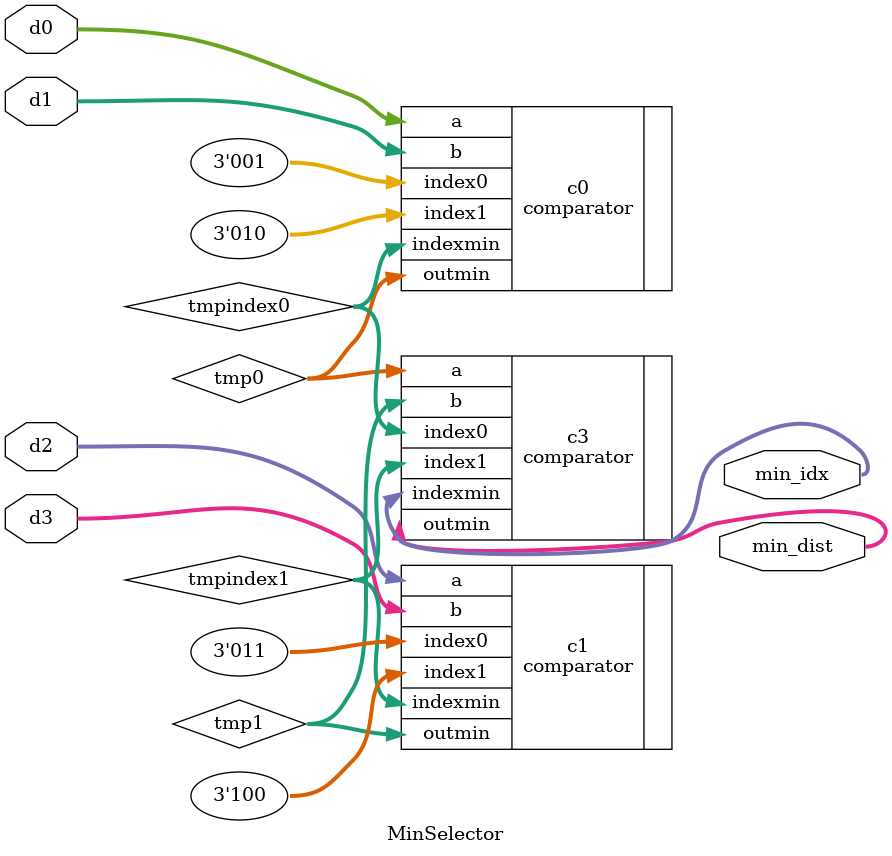
<source format=v>
module MinSelector #(
	parameter N = 16,
	parameter Q = 8
) (
    input signed [N-1:0] d0, d1, d2, d3,
    output signed [N-1:0] min_dist,
    output  [2:0] min_idx
);
wire [N-1:0] tmp0,tmp1;
wire [2:0] tmpindex0, tmpindex1;

comparator #(N,Q) c0(
	.a(d0),
	.b(d1),
	.index0(3'b001),
	.index1(3'b010),
	.outmin(tmp0),
	.indexmin(tmpindex0)
);

comparator #(N,Q) c1(
	.a(d2),
	.b(d3),
	.index0(3'b011),
	.index1(3'b100),
	.outmin(tmp1),
	.indexmin(tmpindex1)
);

comparator #(N,Q) c3(
	.a(tmp0),
	.b(tmp1),
	.index0(tmpindex0),
	.index1(tmpindex1),
	.outmin(min_dist),
	.indexmin(min_idx)
);
endmodule

</source>
